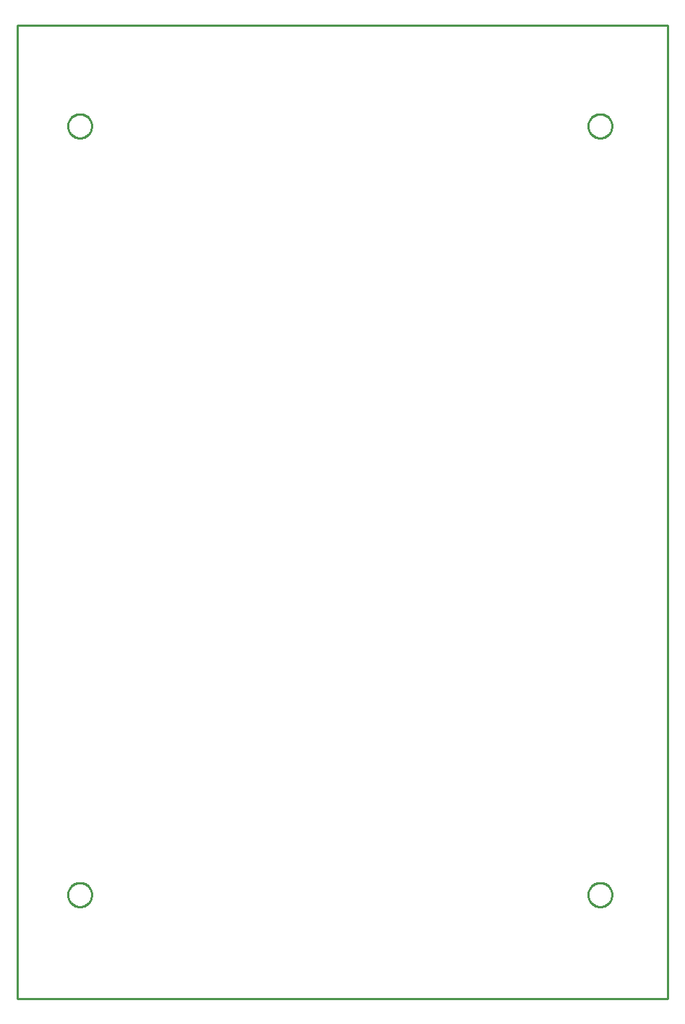
<source format=gbr>
G04 EAGLE Gerber RS-274X export*
G75*
%MOMM*%
%FSLAX34Y34*%
%LPD*%
%IN*%
%IPPOS*%
%AMOC8*
5,1,8,0,0,1.08239X$1,22.5*%
G01*
%ADD10C,0.254000*%


D10*
X0Y0D02*
X761800Y0D01*
X761800Y1139700D01*
X0Y1139700D01*
X0Y0D01*
X87122Y1021000D02*
X87051Y1020005D01*
X86909Y1019017D01*
X86697Y1018042D01*
X86416Y1017084D01*
X86067Y1016150D01*
X85652Y1015242D01*
X85174Y1014366D01*
X84635Y1013527D01*
X84037Y1012728D01*
X83383Y1011974D01*
X82677Y1011268D01*
X81923Y1010614D01*
X81125Y1010016D01*
X80285Y1009477D01*
X79409Y1008999D01*
X78502Y1008584D01*
X77567Y1008235D01*
X76609Y1007954D01*
X75634Y1007742D01*
X74646Y1007600D01*
X73651Y1007529D01*
X72653Y1007529D01*
X71658Y1007600D01*
X70670Y1007742D01*
X69695Y1007954D01*
X68737Y1008235D01*
X67803Y1008584D01*
X66895Y1008999D01*
X66019Y1009477D01*
X65180Y1010016D01*
X64381Y1010614D01*
X63627Y1011268D01*
X62921Y1011974D01*
X62267Y1012728D01*
X61669Y1013527D01*
X61130Y1014366D01*
X60652Y1015242D01*
X60237Y1016150D01*
X59888Y1017084D01*
X59607Y1018042D01*
X59395Y1019017D01*
X59253Y1020005D01*
X59182Y1021000D01*
X59182Y1021998D01*
X59253Y1022993D01*
X59395Y1023981D01*
X59607Y1024956D01*
X59888Y1025914D01*
X60237Y1026849D01*
X60652Y1027756D01*
X61130Y1028632D01*
X61669Y1029472D01*
X62267Y1030270D01*
X62921Y1031024D01*
X63627Y1031730D01*
X64381Y1032384D01*
X65180Y1032982D01*
X66019Y1033521D01*
X66895Y1033999D01*
X67803Y1034414D01*
X68737Y1034763D01*
X69695Y1035044D01*
X70670Y1035256D01*
X71658Y1035398D01*
X72653Y1035469D01*
X73651Y1035469D01*
X74646Y1035398D01*
X75634Y1035256D01*
X76609Y1035044D01*
X77567Y1034763D01*
X78502Y1034414D01*
X79409Y1033999D01*
X80285Y1033521D01*
X81125Y1032982D01*
X81923Y1032384D01*
X82677Y1031730D01*
X83383Y1031024D01*
X84037Y1030270D01*
X84635Y1029472D01*
X85174Y1028632D01*
X85652Y1027756D01*
X86067Y1026849D01*
X86416Y1025914D01*
X86697Y1024956D01*
X86909Y1023981D01*
X87051Y1022993D01*
X87122Y1021998D01*
X87122Y1021000D01*
X87122Y121002D02*
X87051Y120007D01*
X86909Y119019D01*
X86697Y118044D01*
X86416Y117086D01*
X86067Y116152D01*
X85652Y115244D01*
X85174Y114368D01*
X84635Y113529D01*
X84037Y112730D01*
X83383Y111976D01*
X82677Y111270D01*
X81923Y110616D01*
X81125Y110018D01*
X80285Y109479D01*
X79409Y109001D01*
X78502Y108586D01*
X77567Y108237D01*
X76609Y107956D01*
X75634Y107744D01*
X74646Y107602D01*
X73651Y107531D01*
X72653Y107531D01*
X71658Y107602D01*
X70670Y107744D01*
X69695Y107956D01*
X68737Y108237D01*
X67803Y108586D01*
X66895Y109001D01*
X66019Y109479D01*
X65180Y110018D01*
X64381Y110616D01*
X63627Y111270D01*
X62921Y111976D01*
X62267Y112730D01*
X61669Y113529D01*
X61130Y114368D01*
X60652Y115244D01*
X60237Y116152D01*
X59888Y117086D01*
X59607Y118044D01*
X59395Y119019D01*
X59253Y120007D01*
X59182Y121002D01*
X59182Y122000D01*
X59253Y122995D01*
X59395Y123983D01*
X59607Y124958D01*
X59888Y125916D01*
X60237Y126851D01*
X60652Y127758D01*
X61130Y128634D01*
X61669Y129474D01*
X62267Y130272D01*
X62921Y131026D01*
X63627Y131732D01*
X64381Y132386D01*
X65180Y132984D01*
X66019Y133523D01*
X66895Y134001D01*
X67803Y134416D01*
X68737Y134765D01*
X69695Y135046D01*
X70670Y135258D01*
X71658Y135400D01*
X72653Y135471D01*
X73651Y135471D01*
X74646Y135400D01*
X75634Y135258D01*
X76609Y135046D01*
X77567Y134765D01*
X78502Y134416D01*
X79409Y134001D01*
X80285Y133523D01*
X81125Y132984D01*
X81923Y132386D01*
X82677Y131732D01*
X83383Y131026D01*
X84037Y130272D01*
X84635Y129474D01*
X85174Y128634D01*
X85652Y127758D01*
X86067Y126851D01*
X86416Y125916D01*
X86697Y124958D01*
X86909Y123983D01*
X87051Y122995D01*
X87122Y122000D01*
X87122Y121002D01*
X696722Y1021000D02*
X696651Y1020005D01*
X696509Y1019017D01*
X696297Y1018042D01*
X696016Y1017084D01*
X695667Y1016150D01*
X695252Y1015242D01*
X694774Y1014366D01*
X694235Y1013527D01*
X693637Y1012728D01*
X692983Y1011974D01*
X692277Y1011268D01*
X691523Y1010614D01*
X690725Y1010016D01*
X689885Y1009477D01*
X689009Y1008999D01*
X688102Y1008584D01*
X687167Y1008235D01*
X686209Y1007954D01*
X685234Y1007742D01*
X684246Y1007600D01*
X683251Y1007529D01*
X682253Y1007529D01*
X681258Y1007600D01*
X680270Y1007742D01*
X679295Y1007954D01*
X678337Y1008235D01*
X677403Y1008584D01*
X676495Y1008999D01*
X675619Y1009477D01*
X674780Y1010016D01*
X673981Y1010614D01*
X673227Y1011268D01*
X672521Y1011974D01*
X671867Y1012728D01*
X671269Y1013527D01*
X670730Y1014366D01*
X670252Y1015242D01*
X669837Y1016150D01*
X669488Y1017084D01*
X669207Y1018042D01*
X668995Y1019017D01*
X668853Y1020005D01*
X668782Y1021000D01*
X668782Y1021998D01*
X668853Y1022993D01*
X668995Y1023981D01*
X669207Y1024956D01*
X669488Y1025914D01*
X669837Y1026849D01*
X670252Y1027756D01*
X670730Y1028632D01*
X671269Y1029472D01*
X671867Y1030270D01*
X672521Y1031024D01*
X673227Y1031730D01*
X673981Y1032384D01*
X674780Y1032982D01*
X675619Y1033521D01*
X676495Y1033999D01*
X677403Y1034414D01*
X678337Y1034763D01*
X679295Y1035044D01*
X680270Y1035256D01*
X681258Y1035398D01*
X682253Y1035469D01*
X683251Y1035469D01*
X684246Y1035398D01*
X685234Y1035256D01*
X686209Y1035044D01*
X687167Y1034763D01*
X688102Y1034414D01*
X689009Y1033999D01*
X689885Y1033521D01*
X690725Y1032982D01*
X691523Y1032384D01*
X692277Y1031730D01*
X692983Y1031024D01*
X693637Y1030270D01*
X694235Y1029472D01*
X694774Y1028632D01*
X695252Y1027756D01*
X695667Y1026849D01*
X696016Y1025914D01*
X696297Y1024956D01*
X696509Y1023981D01*
X696651Y1022993D01*
X696722Y1021998D01*
X696722Y1021000D01*
X696722Y121002D02*
X696651Y120007D01*
X696509Y119019D01*
X696297Y118044D01*
X696016Y117086D01*
X695667Y116152D01*
X695252Y115244D01*
X694774Y114368D01*
X694235Y113529D01*
X693637Y112730D01*
X692983Y111976D01*
X692277Y111270D01*
X691523Y110616D01*
X690725Y110018D01*
X689885Y109479D01*
X689009Y109001D01*
X688102Y108586D01*
X687167Y108237D01*
X686209Y107956D01*
X685234Y107744D01*
X684246Y107602D01*
X683251Y107531D01*
X682253Y107531D01*
X681258Y107602D01*
X680270Y107744D01*
X679295Y107956D01*
X678337Y108237D01*
X677403Y108586D01*
X676495Y109001D01*
X675619Y109479D01*
X674780Y110018D01*
X673981Y110616D01*
X673227Y111270D01*
X672521Y111976D01*
X671867Y112730D01*
X671269Y113529D01*
X670730Y114368D01*
X670252Y115244D01*
X669837Y116152D01*
X669488Y117086D01*
X669207Y118044D01*
X668995Y119019D01*
X668853Y120007D01*
X668782Y121002D01*
X668782Y122000D01*
X668853Y122995D01*
X668995Y123983D01*
X669207Y124958D01*
X669488Y125916D01*
X669837Y126851D01*
X670252Y127758D01*
X670730Y128634D01*
X671269Y129474D01*
X671867Y130272D01*
X672521Y131026D01*
X673227Y131732D01*
X673981Y132386D01*
X674780Y132984D01*
X675619Y133523D01*
X676495Y134001D01*
X677403Y134416D01*
X678337Y134765D01*
X679295Y135046D01*
X680270Y135258D01*
X681258Y135400D01*
X682253Y135471D01*
X683251Y135471D01*
X684246Y135400D01*
X685234Y135258D01*
X686209Y135046D01*
X687167Y134765D01*
X688102Y134416D01*
X689009Y134001D01*
X689885Y133523D01*
X690725Y132984D01*
X691523Y132386D01*
X692277Y131732D01*
X692983Y131026D01*
X693637Y130272D01*
X694235Y129474D01*
X694774Y128634D01*
X695252Y127758D01*
X695667Y126851D01*
X696016Y125916D01*
X696297Y124958D01*
X696509Y123983D01*
X696651Y122995D01*
X696722Y122000D01*
X696722Y121002D01*
M02*

</source>
